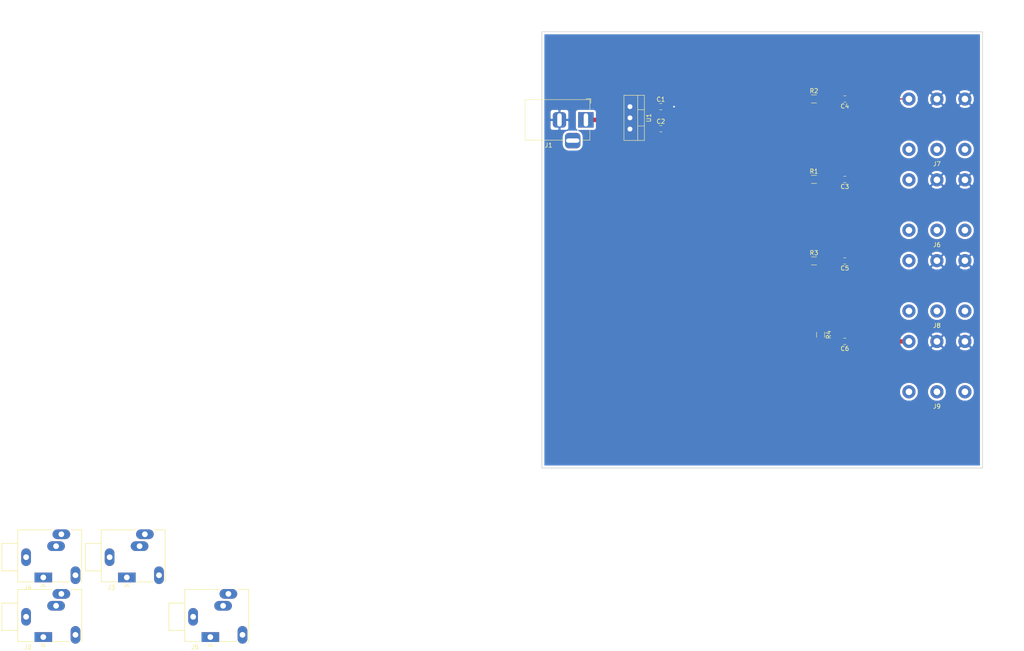
<source format=kicad_pcb>
(kicad_pcb (version 20171130) (host pcbnew "(5.0.1)-4")

  (general
    (thickness 1.6)
    (drawings 6)
    (tracks 19)
    (zones 0)
    (modules 20)
    (nets 24)
  )

  (page A4)
  (layers
    (0 F.Cu signal)
    (31 B.Cu signal)
    (32 B.Adhes user)
    (33 F.Adhes user)
    (34 B.Paste user)
    (35 F.Paste user)
    (36 B.SilkS user)
    (37 F.SilkS user)
    (38 B.Mask user)
    (39 F.Mask user)
    (40 Dwgs.User user)
    (41 Cmts.User user)
    (42 Eco1.User user)
    (43 Eco2.User user)
    (44 Edge.Cuts user)
    (45 Margin user)
    (46 B.CrtYd user)
    (47 F.CrtYd user)
    (48 B.Fab user)
    (49 F.Fab user)
  )

  (setup
    (last_trace_width 0.5)
    (user_trace_width 0.5)
    (user_trace_width 1)
    (trace_clearance 0.2)
    (zone_clearance 0.508)
    (zone_45_only no)
    (trace_min 0.2)
    (segment_width 0.2)
    (edge_width 0.15)
    (via_size 0.8)
    (via_drill 0.4)
    (via_min_size 0.4)
    (via_min_drill 0.3)
    (uvia_size 0.3)
    (uvia_drill 0.1)
    (uvias_allowed no)
    (uvia_min_size 0.2)
    (uvia_min_drill 0.1)
    (pcb_text_width 0.3)
    (pcb_text_size 1.5 1.5)
    (mod_edge_width 0.15)
    (mod_text_size 1 1)
    (mod_text_width 0.15)
    (pad_size 1.524 1.524)
    (pad_drill 0.762)
    (pad_to_mask_clearance 0.051)
    (solder_mask_min_width 0.25)
    (aux_axis_origin 0 0)
    (visible_elements FFFFFF7F)
    (pcbplotparams
      (layerselection 0x010fc_ffffffff)
      (usegerberextensions false)
      (usegerberattributes false)
      (usegerberadvancedattributes false)
      (creategerberjobfile false)
      (excludeedgelayer true)
      (linewidth 0.100000)
      (plotframeref false)
      (viasonmask false)
      (mode 1)
      (useauxorigin false)
      (hpglpennumber 1)
      (hpglpenspeed 20)
      (hpglpendiameter 15.000000)
      (psnegative false)
      (psa4output false)
      (plotreference true)
      (plotvalue true)
      (plotinvisibletext false)
      (padsonsilk false)
      (subtractmaskfromsilk false)
      (outputformat 1)
      (mirror false)
      (drillshape 1)
      (scaleselection 1)
      (outputdirectory ""))
  )

  (net 0 "")
  (net 1 "Net-(C1-Pad1)")
  (net 2 "Net-(C2-Pad1)")
  (net 3 "Net-(C3-Pad2)")
  (net 4 "Net-(C3-Pad1)")
  (net 5 "Net-(C4-Pad1)")
  (net 6 "Net-(C4-Pad2)")
  (net 7 "Net-(C5-Pad2)")
  (net 8 "Net-(C5-Pad1)")
  (net 9 "Net-(C6-Pad1)")
  (net 10 "Net-(C6-Pad2)")
  (net 11 "Net-(J6-PadTN)")
  (net 12 "Net-(J6-PadRN)")
  (net 13 "Net-(J6-PadSN)")
  (net 14 "Net-(J7-PadSN)")
  (net 15 "Net-(J7-PadRN)")
  (net 16 "Net-(J7-PadTN)")
  (net 17 "Net-(J8-PadTN)")
  (net 18 "Net-(J8-PadRN)")
  (net 19 "Net-(J8-PadSN)")
  (net 20 "Net-(J9-PadSN)")
  (net 21 "Net-(J9-PadRN)")
  (net 22 "Net-(J9-PadTN)")
  (net 23 GND)

  (net_class Default "This is the default net class."
    (clearance 0.2)
    (trace_width 0.25)
    (via_dia 0.8)
    (via_drill 0.4)
    (uvia_dia 0.3)
    (uvia_drill 0.1)
    (add_net GND)
    (add_net "Net-(C1-Pad1)")
    (add_net "Net-(C2-Pad1)")
    (add_net "Net-(C3-Pad1)")
    (add_net "Net-(C3-Pad2)")
    (add_net "Net-(C4-Pad1)")
    (add_net "Net-(C4-Pad2)")
    (add_net "Net-(C5-Pad1)")
    (add_net "Net-(C5-Pad2)")
    (add_net "Net-(C6-Pad1)")
    (add_net "Net-(C6-Pad2)")
    (add_net "Net-(J6-PadRN)")
    (add_net "Net-(J6-PadSN)")
    (add_net "Net-(J6-PadTN)")
    (add_net "Net-(J7-PadRN)")
    (add_net "Net-(J7-PadSN)")
    (add_net "Net-(J7-PadTN)")
    (add_net "Net-(J8-PadRN)")
    (add_net "Net-(J8-PadSN)")
    (add_net "Net-(J8-PadTN)")
    (add_net "Net-(J9-PadRN)")
    (add_net "Net-(J9-PadSN)")
    (add_net "Net-(J9-PadTN)")
  )

  (module Resistor_SMD:R_1206_3216Metric_Pad1.42x1.75mm_HandSolder (layer F.Cu) (tedit 5B301BBD) (tstamp 5C0DA39D)
    (at 205.25 108.75 270)
    (descr "Resistor SMD 1206 (3216 Metric), square (rectangular) end terminal, IPC_7351 nominal with elongated pad for handsoldering. (Body size source: http://www.tortai-tech.com/upload/download/2011102023233369053.pdf), generated with kicad-footprint-generator")
    (tags "resistor handsolder")
    (path /5C012065)
    (attr smd)
    (fp_text reference R4 (at 0 -1.82 270) (layer F.SilkS)
      (effects (font (size 1 1) (thickness 0.15)))
    )
    (fp_text value R (at 0 1.82 270) (layer F.Fab)
      (effects (font (size 1 1) (thickness 0.15)))
    )
    (fp_text user %R (at 0 0 270) (layer F.Fab)
      (effects (font (size 0.8 0.8) (thickness 0.12)))
    )
    (fp_line (start 2.45 1.12) (end -2.45 1.12) (layer F.CrtYd) (width 0.05))
    (fp_line (start 2.45 -1.12) (end 2.45 1.12) (layer F.CrtYd) (width 0.05))
    (fp_line (start -2.45 -1.12) (end 2.45 -1.12) (layer F.CrtYd) (width 0.05))
    (fp_line (start -2.45 1.12) (end -2.45 -1.12) (layer F.CrtYd) (width 0.05))
    (fp_line (start -0.602064 0.91) (end 0.602064 0.91) (layer F.SilkS) (width 0.12))
    (fp_line (start -0.602064 -0.91) (end 0.602064 -0.91) (layer F.SilkS) (width 0.12))
    (fp_line (start 1.6 0.8) (end -1.6 0.8) (layer F.Fab) (width 0.1))
    (fp_line (start 1.6 -0.8) (end 1.6 0.8) (layer F.Fab) (width 0.1))
    (fp_line (start -1.6 -0.8) (end 1.6 -0.8) (layer F.Fab) (width 0.1))
    (fp_line (start -1.6 0.8) (end -1.6 -0.8) (layer F.Fab) (width 0.1))
    (pad 2 smd roundrect (at 1.4875 0 270) (size 1.425 1.75) (layers F.Cu F.Paste F.Mask) (roundrect_rratio 0.175439)
      (net 10 "Net-(C6-Pad2)"))
    (pad 1 smd roundrect (at -1.4875 0 270) (size 1.425 1.75) (layers F.Cu F.Paste F.Mask) (roundrect_rratio 0.175439)
      (net 2 "Net-(C2-Pad1)"))
    (model ${KISYS3DMOD}/Resistor_SMD.3dshapes/R_1206_3216Metric.wrl
      (at (xyz 0 0 0))
      (scale (xyz 1 1 1))
      (rotate (xyz 0 0 0))
    )
  )

  (module Package_TO_SOT_THT:TO-220-3_Vertical (layer F.Cu) (tedit 5AC8BA0D) (tstamp 5C0D9F81)
    (at 162 57 270)
    (descr "TO-220-3, Vertical, RM 2.54mm, see https://www.vishay.com/docs/66542/to-220-1.pdf")
    (tags "TO-220-3 Vertical RM 2.54mm")
    (path /5C011BAF)
    (fp_text reference U1 (at 2.54 -4.27 270) (layer F.SilkS)
      (effects (font (size 1 1) (thickness 0.15)))
    )
    (fp_text value LM7805_TO220 (at 2.54 2.5 270) (layer F.Fab)
      (effects (font (size 1 1) (thickness 0.15)))
    )
    (fp_line (start -2.46 -3.15) (end -2.46 1.25) (layer F.Fab) (width 0.1))
    (fp_line (start -2.46 1.25) (end 7.54 1.25) (layer F.Fab) (width 0.1))
    (fp_line (start 7.54 1.25) (end 7.54 -3.15) (layer F.Fab) (width 0.1))
    (fp_line (start 7.54 -3.15) (end -2.46 -3.15) (layer F.Fab) (width 0.1))
    (fp_line (start -2.46 -1.88) (end 7.54 -1.88) (layer F.Fab) (width 0.1))
    (fp_line (start 0.69 -3.15) (end 0.69 -1.88) (layer F.Fab) (width 0.1))
    (fp_line (start 4.39 -3.15) (end 4.39 -1.88) (layer F.Fab) (width 0.1))
    (fp_line (start -2.58 -3.27) (end 7.66 -3.27) (layer F.SilkS) (width 0.12))
    (fp_line (start -2.58 1.371) (end 7.66 1.371) (layer F.SilkS) (width 0.12))
    (fp_line (start -2.58 -3.27) (end -2.58 1.371) (layer F.SilkS) (width 0.12))
    (fp_line (start 7.66 -3.27) (end 7.66 1.371) (layer F.SilkS) (width 0.12))
    (fp_line (start -2.58 -1.76) (end 7.66 -1.76) (layer F.SilkS) (width 0.12))
    (fp_line (start 0.69 -3.27) (end 0.69 -1.76) (layer F.SilkS) (width 0.12))
    (fp_line (start 4.391 -3.27) (end 4.391 -1.76) (layer F.SilkS) (width 0.12))
    (fp_line (start -2.71 -3.4) (end -2.71 1.51) (layer F.CrtYd) (width 0.05))
    (fp_line (start -2.71 1.51) (end 7.79 1.51) (layer F.CrtYd) (width 0.05))
    (fp_line (start 7.79 1.51) (end 7.79 -3.4) (layer F.CrtYd) (width 0.05))
    (fp_line (start 7.79 -3.4) (end -2.71 -3.4) (layer F.CrtYd) (width 0.05))
    (fp_text user %R (at 2.54 -4.27 270) (layer F.Fab)
      (effects (font (size 1 1) (thickness 0.15)))
    )
    (pad 1 thru_hole rect (at 0 0 270) (size 1.905 2) (drill 1.1) (layers *.Cu *.Mask)
      (net 1 "Net-(C1-Pad1)"))
    (pad 2 thru_hole oval (at 2.54 0 270) (size 1.905 2) (drill 1.1) (layers *.Cu *.Mask)
      (net 23 GND))
    (pad 3 thru_hole oval (at 5.08 0 270) (size 1.905 2) (drill 1.1) (layers *.Cu *.Mask)
      (net 2 "Net-(C2-Pad1)"))
    (model ${KISYS3DMOD}/Package_TO_SOT_THT.3dshapes/TO-220-3_Vertical.wrl
      (at (xyz 0 0 0))
      (scale (xyz 1 1 1))
      (rotate (xyz 0 0 0))
    )
  )

  (module Capacitor_SMD:C_0805_2012Metric_Pad1.15x1.40mm_HandSolder (layer F.Cu) (tedit 5B36C52B) (tstamp 5C0DA1C9)
    (at 169 57)
    (descr "Capacitor SMD 0805 (2012 Metric), square (rectangular) end terminal, IPC_7351 nominal with elongated pad for handsoldering. (Body size source: https://docs.google.com/spreadsheets/d/1BsfQQcO9C6DZCsRaXUlFlo91Tg2WpOkGARC1WS5S8t0/edit?usp=sharing), generated with kicad-footprint-generator")
    (tags "capacitor handsolder")
    (path /5C011D19)
    (attr smd)
    (fp_text reference C1 (at 0 -1.65) (layer F.SilkS)
      (effects (font (size 1 1) (thickness 0.15)))
    )
    (fp_text value C (at 0 1.65) (layer F.Fab)
      (effects (font (size 1 1) (thickness 0.15)))
    )
    (fp_text user %R (at 0 0) (layer F.Fab)
      (effects (font (size 0.5 0.5) (thickness 0.08)))
    )
    (fp_line (start 1.85 0.95) (end -1.85 0.95) (layer F.CrtYd) (width 0.05))
    (fp_line (start 1.85 -0.95) (end 1.85 0.95) (layer F.CrtYd) (width 0.05))
    (fp_line (start -1.85 -0.95) (end 1.85 -0.95) (layer F.CrtYd) (width 0.05))
    (fp_line (start -1.85 0.95) (end -1.85 -0.95) (layer F.CrtYd) (width 0.05))
    (fp_line (start -0.261252 0.71) (end 0.261252 0.71) (layer F.SilkS) (width 0.12))
    (fp_line (start -0.261252 -0.71) (end 0.261252 -0.71) (layer F.SilkS) (width 0.12))
    (fp_line (start 1 0.6) (end -1 0.6) (layer F.Fab) (width 0.1))
    (fp_line (start 1 -0.6) (end 1 0.6) (layer F.Fab) (width 0.1))
    (fp_line (start -1 -0.6) (end 1 -0.6) (layer F.Fab) (width 0.1))
    (fp_line (start -1 0.6) (end -1 -0.6) (layer F.Fab) (width 0.1))
    (pad 2 smd roundrect (at 1.025 0) (size 1.15 1.4) (layers F.Cu F.Paste F.Mask) (roundrect_rratio 0.217391)
      (net 23 GND))
    (pad 1 smd roundrect (at -1.025 0) (size 1.15 1.4) (layers F.Cu F.Paste F.Mask) (roundrect_rratio 0.217391)
      (net 1 "Net-(C1-Pad1)"))
    (model ${KISYS3DMOD}/Capacitor_SMD.3dshapes/C_0805_2012Metric.wrl
      (at (xyz 0 0 0))
      (scale (xyz 1 1 1))
      (rotate (xyz 0 0 0))
    )
  )

  (module Capacitor_SMD:C_0805_2012Metric_Pad1.15x1.40mm_HandSolder (layer F.Cu) (tedit 5B36C52B) (tstamp 5C0DA1DA)
    (at 169 62)
    (descr "Capacitor SMD 0805 (2012 Metric), square (rectangular) end terminal, IPC_7351 nominal with elongated pad for handsoldering. (Body size source: https://docs.google.com/spreadsheets/d/1BsfQQcO9C6DZCsRaXUlFlo91Tg2WpOkGARC1WS5S8t0/edit?usp=sharing), generated with kicad-footprint-generator")
    (tags "capacitor handsolder")
    (path /5C011DC5)
    (attr smd)
    (fp_text reference C2 (at 0 -1.65) (layer F.SilkS)
      (effects (font (size 1 1) (thickness 0.15)))
    )
    (fp_text value C (at 0 1.65) (layer F.Fab)
      (effects (font (size 1 1) (thickness 0.15)))
    )
    (fp_line (start -1 0.6) (end -1 -0.6) (layer F.Fab) (width 0.1))
    (fp_line (start -1 -0.6) (end 1 -0.6) (layer F.Fab) (width 0.1))
    (fp_line (start 1 -0.6) (end 1 0.6) (layer F.Fab) (width 0.1))
    (fp_line (start 1 0.6) (end -1 0.6) (layer F.Fab) (width 0.1))
    (fp_line (start -0.261252 -0.71) (end 0.261252 -0.71) (layer F.SilkS) (width 0.12))
    (fp_line (start -0.261252 0.71) (end 0.261252 0.71) (layer F.SilkS) (width 0.12))
    (fp_line (start -1.85 0.95) (end -1.85 -0.95) (layer F.CrtYd) (width 0.05))
    (fp_line (start -1.85 -0.95) (end 1.85 -0.95) (layer F.CrtYd) (width 0.05))
    (fp_line (start 1.85 -0.95) (end 1.85 0.95) (layer F.CrtYd) (width 0.05))
    (fp_line (start 1.85 0.95) (end -1.85 0.95) (layer F.CrtYd) (width 0.05))
    (fp_text user %R (at 0 0) (layer F.Fab)
      (effects (font (size 0.5 0.5) (thickness 0.08)))
    )
    (pad 1 smd roundrect (at -1.025 0) (size 1.15 1.4) (layers F.Cu F.Paste F.Mask) (roundrect_rratio 0.217391)
      (net 2 "Net-(C2-Pad1)"))
    (pad 2 smd roundrect (at 1.025 0) (size 1.15 1.4) (layers F.Cu F.Paste F.Mask) (roundrect_rratio 0.217391)
      (net 23 GND))
    (model ${KISYS3DMOD}/Capacitor_SMD.3dshapes/C_0805_2012Metric.wrl
      (at (xyz 0 0 0))
      (scale (xyz 1 1 1))
      (rotate (xyz 0 0 0))
    )
  )

  (module Capacitor_SMD:C_0805_2012Metric_Pad1.15x1.40mm_HandSolder (layer F.Cu) (tedit 5B36C52B) (tstamp 5C0DA1EB)
    (at 210.75 73.5 180)
    (descr "Capacitor SMD 0805 (2012 Metric), square (rectangular) end terminal, IPC_7351 nominal with elongated pad for handsoldering. (Body size source: https://docs.google.com/spreadsheets/d/1BsfQQcO9C6DZCsRaXUlFlo91Tg2WpOkGARC1WS5S8t0/edit?usp=sharing), generated with kicad-footprint-generator")
    (tags "capacitor handsolder")
    (path /5C0120C7)
    (attr smd)
    (fp_text reference C3 (at 0 -1.65 180) (layer F.SilkS)
      (effects (font (size 1 1) (thickness 0.15)))
    )
    (fp_text value C (at 0 1.65 180) (layer F.Fab)
      (effects (font (size 1 1) (thickness 0.15)))
    )
    (fp_text user %R (at 0 0 180) (layer F.Fab)
      (effects (font (size 0.5 0.5) (thickness 0.08)))
    )
    (fp_line (start 1.85 0.95) (end -1.85 0.95) (layer F.CrtYd) (width 0.05))
    (fp_line (start 1.85 -0.95) (end 1.85 0.95) (layer F.CrtYd) (width 0.05))
    (fp_line (start -1.85 -0.95) (end 1.85 -0.95) (layer F.CrtYd) (width 0.05))
    (fp_line (start -1.85 0.95) (end -1.85 -0.95) (layer F.CrtYd) (width 0.05))
    (fp_line (start -0.261252 0.71) (end 0.261252 0.71) (layer F.SilkS) (width 0.12))
    (fp_line (start -0.261252 -0.71) (end 0.261252 -0.71) (layer F.SilkS) (width 0.12))
    (fp_line (start 1 0.6) (end -1 0.6) (layer F.Fab) (width 0.1))
    (fp_line (start 1 -0.6) (end 1 0.6) (layer F.Fab) (width 0.1))
    (fp_line (start -1 -0.6) (end 1 -0.6) (layer F.Fab) (width 0.1))
    (fp_line (start -1 0.6) (end -1 -0.6) (layer F.Fab) (width 0.1))
    (pad 2 smd roundrect (at 1.025 0 180) (size 1.15 1.4) (layers F.Cu F.Paste F.Mask) (roundrect_rratio 0.217391)
      (net 3 "Net-(C3-Pad2)"))
    (pad 1 smd roundrect (at -1.025 0 180) (size 1.15 1.4) (layers F.Cu F.Paste F.Mask) (roundrect_rratio 0.217391)
      (net 4 "Net-(C3-Pad1)"))
    (model ${KISYS3DMOD}/Capacitor_SMD.3dshapes/C_0805_2012Metric.wrl
      (at (xyz 0 0 0))
      (scale (xyz 1 1 1))
      (rotate (xyz 0 0 0))
    )
  )

  (module Capacitor_SMD:C_0805_2012Metric_Pad1.15x1.40mm_HandSolder (layer F.Cu) (tedit 5B36C52B) (tstamp 5C0DA1FC)
    (at 210.75 55.25 180)
    (descr "Capacitor SMD 0805 (2012 Metric), square (rectangular) end terminal, IPC_7351 nominal with elongated pad for handsoldering. (Body size source: https://docs.google.com/spreadsheets/d/1BsfQQcO9C6DZCsRaXUlFlo91Tg2WpOkGARC1WS5S8t0/edit?usp=sharing), generated with kicad-footprint-generator")
    (tags "capacitor handsolder")
    (path /5C01232E)
    (attr smd)
    (fp_text reference C4 (at 0 -1.65 180) (layer F.SilkS)
      (effects (font (size 1 1) (thickness 0.15)))
    )
    (fp_text value C (at 0 1.65 180) (layer F.Fab)
      (effects (font (size 1 1) (thickness 0.15)))
    )
    (fp_line (start -1 0.6) (end -1 -0.6) (layer F.Fab) (width 0.1))
    (fp_line (start -1 -0.6) (end 1 -0.6) (layer F.Fab) (width 0.1))
    (fp_line (start 1 -0.6) (end 1 0.6) (layer F.Fab) (width 0.1))
    (fp_line (start 1 0.6) (end -1 0.6) (layer F.Fab) (width 0.1))
    (fp_line (start -0.261252 -0.71) (end 0.261252 -0.71) (layer F.SilkS) (width 0.12))
    (fp_line (start -0.261252 0.71) (end 0.261252 0.71) (layer F.SilkS) (width 0.12))
    (fp_line (start -1.85 0.95) (end -1.85 -0.95) (layer F.CrtYd) (width 0.05))
    (fp_line (start -1.85 -0.95) (end 1.85 -0.95) (layer F.CrtYd) (width 0.05))
    (fp_line (start 1.85 -0.95) (end 1.85 0.95) (layer F.CrtYd) (width 0.05))
    (fp_line (start 1.85 0.95) (end -1.85 0.95) (layer F.CrtYd) (width 0.05))
    (fp_text user %R (at 0 0 180) (layer F.Fab)
      (effects (font (size 0.5 0.5) (thickness 0.08)))
    )
    (pad 1 smd roundrect (at -1.025 0 180) (size 1.15 1.4) (layers F.Cu F.Paste F.Mask) (roundrect_rratio 0.217391)
      (net 5 "Net-(C4-Pad1)"))
    (pad 2 smd roundrect (at 1.025 0 180) (size 1.15 1.4) (layers F.Cu F.Paste F.Mask) (roundrect_rratio 0.217391)
      (net 6 "Net-(C4-Pad2)"))
    (model ${KISYS3DMOD}/Capacitor_SMD.3dshapes/C_0805_2012Metric.wrl
      (at (xyz 0 0 0))
      (scale (xyz 1 1 1))
      (rotate (xyz 0 0 0))
    )
  )

  (module Capacitor_SMD:C_0805_2012Metric_Pad1.15x1.40mm_HandSolder (layer F.Cu) (tedit 5B36C52B) (tstamp 5C0DA20D)
    (at 210.75 92 180)
    (descr "Capacitor SMD 0805 (2012 Metric), square (rectangular) end terminal, IPC_7351 nominal with elongated pad for handsoldering. (Body size source: https://docs.google.com/spreadsheets/d/1BsfQQcO9C6DZCsRaXUlFlo91Tg2WpOkGARC1WS5S8t0/edit?usp=sharing), generated with kicad-footprint-generator")
    (tags "capacitor handsolder")
    (path /5C012388)
    (attr smd)
    (fp_text reference C5 (at 0 -1.65 180) (layer F.SilkS)
      (effects (font (size 1 1) (thickness 0.15)))
    )
    (fp_text value C (at 0 1.65 180) (layer F.Fab)
      (effects (font (size 1 1) (thickness 0.15)))
    )
    (fp_text user %R (at 0 0 180) (layer F.Fab)
      (effects (font (size 0.5 0.5) (thickness 0.08)))
    )
    (fp_line (start 1.85 0.95) (end -1.85 0.95) (layer F.CrtYd) (width 0.05))
    (fp_line (start 1.85 -0.95) (end 1.85 0.95) (layer F.CrtYd) (width 0.05))
    (fp_line (start -1.85 -0.95) (end 1.85 -0.95) (layer F.CrtYd) (width 0.05))
    (fp_line (start -1.85 0.95) (end -1.85 -0.95) (layer F.CrtYd) (width 0.05))
    (fp_line (start -0.261252 0.71) (end 0.261252 0.71) (layer F.SilkS) (width 0.12))
    (fp_line (start -0.261252 -0.71) (end 0.261252 -0.71) (layer F.SilkS) (width 0.12))
    (fp_line (start 1 0.6) (end -1 0.6) (layer F.Fab) (width 0.1))
    (fp_line (start 1 -0.6) (end 1 0.6) (layer F.Fab) (width 0.1))
    (fp_line (start -1 -0.6) (end 1 -0.6) (layer F.Fab) (width 0.1))
    (fp_line (start -1 0.6) (end -1 -0.6) (layer F.Fab) (width 0.1))
    (pad 2 smd roundrect (at 1.025 0 180) (size 1.15 1.4) (layers F.Cu F.Paste F.Mask) (roundrect_rratio 0.217391)
      (net 7 "Net-(C5-Pad2)"))
    (pad 1 smd roundrect (at -1.025 0 180) (size 1.15 1.4) (layers F.Cu F.Paste F.Mask) (roundrect_rratio 0.217391)
      (net 8 "Net-(C5-Pad1)"))
    (model ${KISYS3DMOD}/Capacitor_SMD.3dshapes/C_0805_2012Metric.wrl
      (at (xyz 0 0 0))
      (scale (xyz 1 1 1))
      (rotate (xyz 0 0 0))
    )
  )

  (module Capacitor_SMD:C_0805_2012Metric_Pad1.15x1.40mm_HandSolder (layer F.Cu) (tedit 5B36C52B) (tstamp 5C0DA21E)
    (at 210.75 110.25 180)
    (descr "Capacitor SMD 0805 (2012 Metric), square (rectangular) end terminal, IPC_7351 nominal with elongated pad for handsoldering. (Body size source: https://docs.google.com/spreadsheets/d/1BsfQQcO9C6DZCsRaXUlFlo91Tg2WpOkGARC1WS5S8t0/edit?usp=sharing), generated with kicad-footprint-generator")
    (tags "capacitor handsolder")
    (path /5C0123D3)
    (attr smd)
    (fp_text reference C6 (at 0 -1.65 180) (layer F.SilkS)
      (effects (font (size 1 1) (thickness 0.15)))
    )
    (fp_text value C (at 0 1.65 180) (layer F.Fab)
      (effects (font (size 1 1) (thickness 0.15)))
    )
    (fp_line (start -1 0.6) (end -1 -0.6) (layer F.Fab) (width 0.1))
    (fp_line (start -1 -0.6) (end 1 -0.6) (layer F.Fab) (width 0.1))
    (fp_line (start 1 -0.6) (end 1 0.6) (layer F.Fab) (width 0.1))
    (fp_line (start 1 0.6) (end -1 0.6) (layer F.Fab) (width 0.1))
    (fp_line (start -0.261252 -0.71) (end 0.261252 -0.71) (layer F.SilkS) (width 0.12))
    (fp_line (start -0.261252 0.71) (end 0.261252 0.71) (layer F.SilkS) (width 0.12))
    (fp_line (start -1.85 0.95) (end -1.85 -0.95) (layer F.CrtYd) (width 0.05))
    (fp_line (start -1.85 -0.95) (end 1.85 -0.95) (layer F.CrtYd) (width 0.05))
    (fp_line (start 1.85 -0.95) (end 1.85 0.95) (layer F.CrtYd) (width 0.05))
    (fp_line (start 1.85 0.95) (end -1.85 0.95) (layer F.CrtYd) (width 0.05))
    (fp_text user %R (at 0 0 180) (layer F.Fab)
      (effects (font (size 0.5 0.5) (thickness 0.08)))
    )
    (pad 1 smd roundrect (at -1.025 0 180) (size 1.15 1.4) (layers F.Cu F.Paste F.Mask) (roundrect_rratio 0.217391)
      (net 9 "Net-(C6-Pad1)"))
    (pad 2 smd roundrect (at 1.025 0 180) (size 1.15 1.4) (layers F.Cu F.Paste F.Mask) (roundrect_rratio 0.217391)
      (net 10 "Net-(C6-Pad2)"))
    (model ${KISYS3DMOD}/Capacitor_SMD.3dshapes/C_0805_2012Metric.wrl
      (at (xyz 0 0 0))
      (scale (xyz 1 1 1))
      (rotate (xyz 0 0 0))
    )
  )

  (module Connector_BarrelJack:BarrelJack_Horizontal (layer F.Cu) (tedit 5A1DBF6A) (tstamp 5C0DA241)
    (at 152 60)
    (descr "DC Barrel Jack")
    (tags "Power Jack")
    (path /5C0124FB)
    (fp_text reference J1 (at -8.45 5.75) (layer F.SilkS)
      (effects (font (size 1 1) (thickness 0.15)))
    )
    (fp_text value Barrel_Jack (at -6.2 -5.5) (layer F.Fab)
      (effects (font (size 1 1) (thickness 0.15)))
    )
    (fp_text user %R (at -3 -2.95) (layer F.Fab)
      (effects (font (size 1 1) (thickness 0.15)))
    )
    (fp_line (start -0.003213 -4.505425) (end 0.8 -3.75) (layer F.Fab) (width 0.1))
    (fp_line (start 1.1 -3.75) (end 1.1 -4.8) (layer F.SilkS) (width 0.12))
    (fp_line (start 0.05 -4.8) (end 1.1 -4.8) (layer F.SilkS) (width 0.12))
    (fp_line (start 1 -4.5) (end 1 -4.75) (layer F.CrtYd) (width 0.05))
    (fp_line (start 1 -4.75) (end -14 -4.75) (layer F.CrtYd) (width 0.05))
    (fp_line (start 1 -4.5) (end 1 -2) (layer F.CrtYd) (width 0.05))
    (fp_line (start 1 -2) (end 2 -2) (layer F.CrtYd) (width 0.05))
    (fp_line (start 2 -2) (end 2 2) (layer F.CrtYd) (width 0.05))
    (fp_line (start 2 2) (end 1 2) (layer F.CrtYd) (width 0.05))
    (fp_line (start 1 2) (end 1 4.75) (layer F.CrtYd) (width 0.05))
    (fp_line (start 1 4.75) (end -1 4.75) (layer F.CrtYd) (width 0.05))
    (fp_line (start -1 4.75) (end -1 6.75) (layer F.CrtYd) (width 0.05))
    (fp_line (start -1 6.75) (end -5 6.75) (layer F.CrtYd) (width 0.05))
    (fp_line (start -5 6.75) (end -5 4.75) (layer F.CrtYd) (width 0.05))
    (fp_line (start -5 4.75) (end -14 4.75) (layer F.CrtYd) (width 0.05))
    (fp_line (start -14 4.75) (end -14 -4.75) (layer F.CrtYd) (width 0.05))
    (fp_line (start -5 4.6) (end -13.8 4.6) (layer F.SilkS) (width 0.12))
    (fp_line (start -13.8 4.6) (end -13.8 -4.6) (layer F.SilkS) (width 0.12))
    (fp_line (start 0.9 1.9) (end 0.9 4.6) (layer F.SilkS) (width 0.12))
    (fp_line (start 0.9 4.6) (end -1 4.6) (layer F.SilkS) (width 0.12))
    (fp_line (start -13.8 -4.6) (end 0.9 -4.6) (layer F.SilkS) (width 0.12))
    (fp_line (start 0.9 -4.6) (end 0.9 -2) (layer F.SilkS) (width 0.12))
    (fp_line (start -10.2 -4.5) (end -10.2 4.5) (layer F.Fab) (width 0.1))
    (fp_line (start -13.7 -4.5) (end -13.7 4.5) (layer F.Fab) (width 0.1))
    (fp_line (start -13.7 4.5) (end 0.8 4.5) (layer F.Fab) (width 0.1))
    (fp_line (start 0.8 4.5) (end 0.8 -3.75) (layer F.Fab) (width 0.1))
    (fp_line (start 0 -4.5) (end -13.7 -4.5) (layer F.Fab) (width 0.1))
    (pad 1 thru_hole rect (at 0 0) (size 3.5 3.5) (drill oval 1 3) (layers *.Cu *.Mask)
      (net 1 "Net-(C1-Pad1)"))
    (pad 2 thru_hole roundrect (at -6 0) (size 3 3.5) (drill oval 1 3) (layers *.Cu *.Mask) (roundrect_rratio 0.25)
      (net 23 GND))
    (pad 3 thru_hole roundrect (at -3 4.7) (size 3.5 3.5) (drill oval 3 1) (layers *.Cu *.Mask) (roundrect_rratio 0.25))
    (model ${KISYS3DMOD}/Connector_BarrelJack.3dshapes/BarrelJack_Horizontal.wrl
      (at (xyz 0 0 0))
      (scale (xyz 1 1 1))
      (rotate (xyz 0 0 0))
    )
  )

  (module Connector_Audio:StereoJack_3.5mm_Switch_Ledino_KB3SPRS_Horizontal (layer F.Cu) (tedit 5A1DBF1B) (tstamp 5C0DA264)
    (at 28.875001 177.355001)
    (descr https://www.reichelt.de/index.html?ACTION=7&LA=3&OPEN=0&INDEX=0&FILENAME=C160%252FKB3SPRS.pdf)
    (tags "jack stereo TRS")
    (path /5C012626)
    (fp_text reference J2 (at -3.5 2.3) (layer F.SilkS)
      (effects (font (size 1 1) (thickness 0.15)))
    )
    (fp_text value AudioJack3_Switch (at 2.3 -12.2) (layer F.Fab)
      (effects (font (size 1 1) (thickness 0.15)))
    )
    (fp_circle (center 0.1 -1.75) (end 0.4 -1.55) (layer F.Fab) (width 0.12))
    (fp_line (start 9.1 2) (end 9.1 -11.4) (layer F.CrtYd) (width 0.05))
    (fp_line (start -9.8 -11.4) (end -9.8 2) (layer F.CrtYd) (width 0.05))
    (fp_line (start -9.4 -1.5) (end -5.8 -1.5) (layer F.SilkS) (width 0.15))
    (fp_line (start -9.4 -7.7) (end -9.4 -1.5) (layer F.SilkS) (width 0.15))
    (fp_line (start -5.8 -7.7) (end -9.4 -7.7) (layer F.SilkS) (width 0.15))
    (fp_line (start -5.8 1) (end -5.8 -10.8) (layer F.SilkS) (width 0.15))
    (fp_line (start -2.25 1) (end -5.8 1) (layer F.SilkS) (width 0.15))
    (fp_line (start 6 1) (end 2.25 1) (layer F.SilkS) (width 0.15))
    (fp_line (start 8.7 1) (end 8.6 1) (layer F.SilkS) (width 0.15))
    (fp_line (start 8.7 -10.8) (end 8.7 1) (layer F.SilkS) (width 0.15))
    (fp_line (start 6.3 -10.8) (end 8.7 -10.8) (layer F.SilkS) (width 0.15))
    (fp_line (start -5.8 -10.8) (end 1.95 -10.8) (layer F.SilkS) (width 0.15))
    (fp_line (start 9.1 -11.4) (end -9.8 -11.4) (layer F.CrtYd) (width 0.05))
    (fp_line (start -9.8 2) (end 9.1 2) (layer F.CrtYd) (width 0.05))
    (fp_line (start 8.6 -10.7) (end -5.7 -10.7) (layer F.Fab) (width 0.1))
    (fp_line (start 8.6 0.9) (end 8.6 -10.7) (layer F.Fab) (width 0.1))
    (fp_line (start -5.7 0.9) (end 8.6 0.9) (layer F.Fab) (width 0.1))
    (fp_line (start -5.7 -10.7) (end -5.7 0.9) (layer F.Fab) (width 0.1))
    (fp_line (start -9.3 -7.6) (end -5.7 -7.6) (layer F.Fab) (width 0.1))
    (fp_line (start -9.3 -1.6) (end -5.7 -1.6) (layer F.Fab) (width 0.1))
    (fp_line (start -9.3 -7.6) (end -9.3 -1.6) (layer F.Fab) (width 0.1))
    (fp_line (start 0 1.5) (end -0.5 2.05) (layer F.SilkS) (width 0.12))
    (fp_line (start -0.5 2.05) (end 0.5 2.05) (layer F.SilkS) (width 0.12))
    (fp_line (start 0.5 2.05) (end 0 1.5) (layer F.SilkS) (width 0.12))
    (fp_text user %R (at 2.7 -4.6) (layer F.Fab)
      (effects (font (size 1 1) (thickness 0.15)))
    )
    (pad 3 thru_hole oval (at -3.9 -4.6) (size 2.2 4) (drill 1.3) (layers *.Cu *.Mask))
    (pad 2 thru_hole oval (at 4.1 -9.8) (size 4 2.2) (drill 1.3) (layers *.Cu *.Mask))
    (pad 5 thru_hole oval (at 2.9 -7.1) (size 4 2.2) (drill 1.3) (layers *.Cu *.Mask))
    (pad 4 thru_hole oval (at 7.3 -0.5 90) (size 4 2.2) (drill 1.3) (layers *.Cu *.Mask))
    (pad 1 thru_hole rect (at 0 0) (size 4 2.2) (drill 1.3) (layers *.Cu *.Mask))
    (model ${KISYS3DMOD}/Connector_Audio.3dshapes/StereoJack_3.5mm_Switch_Ledino_KB3SPRS_Horizontal.wrl
      (at (xyz 0 0 0))
      (scale (xyz 1 1 1))
      (rotate (xyz 0 0 0))
    )
  )

  (module Connector_Audio:StereoJack_3.5mm_Switch_Ledino_KB3SPRS_Horizontal (layer F.Cu) (tedit 5A1DBF1B) (tstamp 5C0DA287)
    (at 47.825001 163.825001)
    (descr https://www.reichelt.de/index.html?ACTION=7&LA=3&OPEN=0&INDEX=0&FILENAME=C160%252FKB3SPRS.pdf)
    (tags "jack stereo TRS")
    (path /5C012686)
    (fp_text reference J3 (at -3.5 2.3) (layer F.SilkS)
      (effects (font (size 1 1) (thickness 0.15)))
    )
    (fp_text value AudioJack3_Switch (at 2.3 -12.2) (layer F.Fab)
      (effects (font (size 1 1) (thickness 0.15)))
    )
    (fp_text user %R (at 2.7 -4.6) (layer F.Fab)
      (effects (font (size 1 1) (thickness 0.15)))
    )
    (fp_line (start 0.5 2.05) (end 0 1.5) (layer F.SilkS) (width 0.12))
    (fp_line (start -0.5 2.05) (end 0.5 2.05) (layer F.SilkS) (width 0.12))
    (fp_line (start 0 1.5) (end -0.5 2.05) (layer F.SilkS) (width 0.12))
    (fp_line (start -9.3 -7.6) (end -9.3 -1.6) (layer F.Fab) (width 0.1))
    (fp_line (start -9.3 -1.6) (end -5.7 -1.6) (layer F.Fab) (width 0.1))
    (fp_line (start -9.3 -7.6) (end -5.7 -7.6) (layer F.Fab) (width 0.1))
    (fp_line (start -5.7 -10.7) (end -5.7 0.9) (layer F.Fab) (width 0.1))
    (fp_line (start -5.7 0.9) (end 8.6 0.9) (layer F.Fab) (width 0.1))
    (fp_line (start 8.6 0.9) (end 8.6 -10.7) (layer F.Fab) (width 0.1))
    (fp_line (start 8.6 -10.7) (end -5.7 -10.7) (layer F.Fab) (width 0.1))
    (fp_line (start -9.8 2) (end 9.1 2) (layer F.CrtYd) (width 0.05))
    (fp_line (start 9.1 -11.4) (end -9.8 -11.4) (layer F.CrtYd) (width 0.05))
    (fp_line (start -5.8 -10.8) (end 1.95 -10.8) (layer F.SilkS) (width 0.15))
    (fp_line (start 6.3 -10.8) (end 8.7 -10.8) (layer F.SilkS) (width 0.15))
    (fp_line (start 8.7 -10.8) (end 8.7 1) (layer F.SilkS) (width 0.15))
    (fp_line (start 8.7 1) (end 8.6 1) (layer F.SilkS) (width 0.15))
    (fp_line (start 6 1) (end 2.25 1) (layer F.SilkS) (width 0.15))
    (fp_line (start -2.25 1) (end -5.8 1) (layer F.SilkS) (width 0.15))
    (fp_line (start -5.8 1) (end -5.8 -10.8) (layer F.SilkS) (width 0.15))
    (fp_line (start -5.8 -7.7) (end -9.4 -7.7) (layer F.SilkS) (width 0.15))
    (fp_line (start -9.4 -7.7) (end -9.4 -1.5) (layer F.SilkS) (width 0.15))
    (fp_line (start -9.4 -1.5) (end -5.8 -1.5) (layer F.SilkS) (width 0.15))
    (fp_line (start -9.8 -11.4) (end -9.8 2) (layer F.CrtYd) (width 0.05))
    (fp_line (start 9.1 2) (end 9.1 -11.4) (layer F.CrtYd) (width 0.05))
    (fp_circle (center 0.1 -1.75) (end 0.4 -1.55) (layer F.Fab) (width 0.12))
    (pad 1 thru_hole rect (at 0 0) (size 4 2.2) (drill 1.3) (layers *.Cu *.Mask))
    (pad 4 thru_hole oval (at 7.3 -0.5 90) (size 4 2.2) (drill 1.3) (layers *.Cu *.Mask))
    (pad 5 thru_hole oval (at 2.9 -7.1) (size 4 2.2) (drill 1.3) (layers *.Cu *.Mask))
    (pad 2 thru_hole oval (at 4.1 -9.8) (size 4 2.2) (drill 1.3) (layers *.Cu *.Mask))
    (pad 3 thru_hole oval (at -3.9 -4.6) (size 2.2 4) (drill 1.3) (layers *.Cu *.Mask))
    (model ${KISYS3DMOD}/Connector_Audio.3dshapes/StereoJack_3.5mm_Switch_Ledino_KB3SPRS_Horizontal.wrl
      (at (xyz 0 0 0))
      (scale (xyz 1 1 1))
      (rotate (xyz 0 0 0))
    )
  )

  (module Connector_Audio:StereoJack_3.5mm_Switch_Ledino_KB3SPRS_Horizontal (layer F.Cu) (tedit 5A1DBF1B) (tstamp 5C0DA2AA)
    (at 28.875001 163.825001)
    (descr https://www.reichelt.de/index.html?ACTION=7&LA=3&OPEN=0&INDEX=0&FILENAME=C160%252FKB3SPRS.pdf)
    (tags "jack stereo TRS")
    (path /5C012724)
    (fp_text reference J4 (at -3.5 2.3) (layer F.SilkS)
      (effects (font (size 1 1) (thickness 0.15)))
    )
    (fp_text value AudioJack3_Switch (at 2.3 -12.2) (layer F.Fab)
      (effects (font (size 1 1) (thickness 0.15)))
    )
    (fp_circle (center 0.1 -1.75) (end 0.4 -1.55) (layer F.Fab) (width 0.12))
    (fp_line (start 9.1 2) (end 9.1 -11.4) (layer F.CrtYd) (width 0.05))
    (fp_line (start -9.8 -11.4) (end -9.8 2) (layer F.CrtYd) (width 0.05))
    (fp_line (start -9.4 -1.5) (end -5.8 -1.5) (layer F.SilkS) (width 0.15))
    (fp_line (start -9.4 -7.7) (end -9.4 -1.5) (layer F.SilkS) (width 0.15))
    (fp_line (start -5.8 -7.7) (end -9.4 -7.7) (layer F.SilkS) (width 0.15))
    (fp_line (start -5.8 1) (end -5.8 -10.8) (layer F.SilkS) (width 0.15))
    (fp_line (start -2.25 1) (end -5.8 1) (layer F.SilkS) (width 0.15))
    (fp_line (start 6 1) (end 2.25 1) (layer F.SilkS) (width 0.15))
    (fp_line (start 8.7 1) (end 8.6 1) (layer F.SilkS) (width 0.15))
    (fp_line (start 8.7 -10.8) (end 8.7 1) (layer F.SilkS) (width 0.15))
    (fp_line (start 6.3 -10.8) (end 8.7 -10.8) (layer F.SilkS) (width 0.15))
    (fp_line (start -5.8 -10.8) (end 1.95 -10.8) (layer F.SilkS) (width 0.15))
    (fp_line (start 9.1 -11.4) (end -9.8 -11.4) (layer F.CrtYd) (width 0.05))
    (fp_line (start -9.8 2) (end 9.1 2) (layer F.CrtYd) (width 0.05))
    (fp_line (start 8.6 -10.7) (end -5.7 -10.7) (layer F.Fab) (width 0.1))
    (fp_line (start 8.6 0.9) (end 8.6 -10.7) (layer F.Fab) (width 0.1))
    (fp_line (start -5.7 0.9) (end 8.6 0.9) (layer F.Fab) (width 0.1))
    (fp_line (start -5.7 -10.7) (end -5.7 0.9) (layer F.Fab) (width 0.1))
    (fp_line (start -9.3 -7.6) (end -5.7 -7.6) (layer F.Fab) (width 0.1))
    (fp_line (start -9.3 -1.6) (end -5.7 -1.6) (layer F.Fab) (width 0.1))
    (fp_line (start -9.3 -7.6) (end -9.3 -1.6) (layer F.Fab) (width 0.1))
    (fp_line (start 0 1.5) (end -0.5 2.05) (layer F.SilkS) (width 0.12))
    (fp_line (start -0.5 2.05) (end 0.5 2.05) (layer F.SilkS) (width 0.12))
    (fp_line (start 0.5 2.05) (end 0 1.5) (layer F.SilkS) (width 0.12))
    (fp_text user %R (at 2.7 -4.6) (layer F.Fab)
      (effects (font (size 1 1) (thickness 0.15)))
    )
    (pad 3 thru_hole oval (at -3.9 -4.6) (size 2.2 4) (drill 1.3) (layers *.Cu *.Mask))
    (pad 2 thru_hole oval (at 4.1 -9.8) (size 4 2.2) (drill 1.3) (layers *.Cu *.Mask))
    (pad 5 thru_hole oval (at 2.9 -7.1) (size 4 2.2) (drill 1.3) (layers *.Cu *.Mask))
    (pad 4 thru_hole oval (at 7.3 -0.5 90) (size 4 2.2) (drill 1.3) (layers *.Cu *.Mask))
    (pad 1 thru_hole rect (at 0 0) (size 4 2.2) (drill 1.3) (layers *.Cu *.Mask))
    (model ${KISYS3DMOD}/Connector_Audio.3dshapes/StereoJack_3.5mm_Switch_Ledino_KB3SPRS_Horizontal.wrl
      (at (xyz 0 0 0))
      (scale (xyz 1 1 1))
      (rotate (xyz 0 0 0))
    )
  )

  (module Connector_Audio:StereoJack_3.5mm_Switch_Ledino_KB3SPRS_Horizontal (layer F.Cu) (tedit 5A1DBF1B) (tstamp 5C0DA2CD)
    (at 66.775001 177.355001)
    (descr https://www.reichelt.de/index.html?ACTION=7&LA=3&OPEN=0&INDEX=0&FILENAME=C160%252FKB3SPRS.pdf)
    (tags "jack stereo TRS")
    (path /5C012788)
    (fp_text reference J5 (at -3.5 2.3) (layer F.SilkS)
      (effects (font (size 1 1) (thickness 0.15)))
    )
    (fp_text value AudioJack3_Switch (at 2.3 -12.2) (layer F.Fab)
      (effects (font (size 1 1) (thickness 0.15)))
    )
    (fp_text user %R (at 2.7 -4.6) (layer F.Fab)
      (effects (font (size 1 1) (thickness 0.15)))
    )
    (fp_line (start 0.5 2.05) (end 0 1.5) (layer F.SilkS) (width 0.12))
    (fp_line (start -0.5 2.05) (end 0.5 2.05) (layer F.SilkS) (width 0.12))
    (fp_line (start 0 1.5) (end -0.5 2.05) (layer F.SilkS) (width 0.12))
    (fp_line (start -9.3 -7.6) (end -9.3 -1.6) (layer F.Fab) (width 0.1))
    (fp_line (start -9.3 -1.6) (end -5.7 -1.6) (layer F.Fab) (width 0.1))
    (fp_line (start -9.3 -7.6) (end -5.7 -7.6) (layer F.Fab) (width 0.1))
    (fp_line (start -5.7 -10.7) (end -5.7 0.9) (layer F.Fab) (width 0.1))
    (fp_line (start -5.7 0.9) (end 8.6 0.9) (layer F.Fab) (width 0.1))
    (fp_line (start 8.6 0.9) (end 8.6 -10.7) (layer F.Fab) (width 0.1))
    (fp_line (start 8.6 -10.7) (end -5.7 -10.7) (layer F.Fab) (width 0.1))
    (fp_line (start -9.8 2) (end 9.1 2) (layer F.CrtYd) (width 0.05))
    (fp_line (start 9.1 -11.4) (end -9.8 -11.4) (layer F.CrtYd) (width 0.05))
    (fp_line (start -5.8 -10.8) (end 1.95 -10.8) (layer F.SilkS) (width 0.15))
    (fp_line (start 6.3 -10.8) (end 8.7 -10.8) (layer F.SilkS) (width 0.15))
    (fp_line (start 8.7 -10.8) (end 8.7 1) (layer F.SilkS) (width 0.15))
    (fp_line (start 8.7 1) (end 8.6 1) (layer F.SilkS) (width 0.15))
    (fp_line (start 6 1) (end 2.25 1) (layer F.SilkS) (width 0.15))
    (fp_line (start -2.25 1) (end -5.8 1) (layer F.SilkS) (width 0.15))
    (fp_line (start -5.8 1) (end -5.8 -10.8) (layer F.SilkS) (width 0.15))
    (fp_line (start -5.8 -7.7) (end -9.4 -7.7) (layer F.SilkS) (width 0.15))
    (fp_line (start -9.4 -7.7) (end -9.4 -1.5) (layer F.SilkS) (width 0.15))
    (fp_line (start -9.4 -1.5) (end -5.8 -1.5) (layer F.SilkS) (width 0.15))
    (fp_line (start -9.8 -11.4) (end -9.8 2) (layer F.CrtYd) (width 0.05))
    (fp_line (start 9.1 2) (end 9.1 -11.4) (layer F.CrtYd) (width 0.05))
    (fp_circle (center 0.1 -1.75) (end 0.4 -1.55) (layer F.Fab) (width 0.12))
    (pad 1 thru_hole rect (at 0 0) (size 4 2.2) (drill 1.3) (layers *.Cu *.Mask))
    (pad 4 thru_hole oval (at 7.3 -0.5 90) (size 4 2.2) (drill 1.3) (layers *.Cu *.Mask))
    (pad 5 thru_hole oval (at 2.9 -7.1) (size 4 2.2) (drill 1.3) (layers *.Cu *.Mask))
    (pad 2 thru_hole oval (at 4.1 -9.8) (size 4 2.2) (drill 1.3) (layers *.Cu *.Mask))
    (pad 3 thru_hole oval (at -3.9 -4.6) (size 2.2 4) (drill 1.3) (layers *.Cu *.Mask))
    (model ${KISYS3DMOD}/Connector_Audio.3dshapes/StereoJack_3.5mm_Switch_Ledino_KB3SPRS_Horizontal.wrl
      (at (xyz 0 0 0))
      (scale (xyz 1 1 1))
      (rotate (xyz 0 0 0))
    )
  )

  (module Resistor_SMD:R_1206_3216Metric_Pad1.42x1.75mm_HandSolder (layer F.Cu) (tedit 5B301BBD) (tstamp 5C1A35D5)
    (at 203.75 73.5)
    (descr "Resistor SMD 1206 (3216 Metric), square (rectangular) end terminal, IPC_7351 nominal with elongated pad for handsoldering. (Body size source: http://www.tortai-tech.com/upload/download/2011102023233369053.pdf), generated with kicad-footprint-generator")
    (tags "resistor handsolder")
    (path /5C011E3F)
    (attr smd)
    (fp_text reference R1 (at 0 -1.82) (layer F.SilkS)
      (effects (font (size 1 1) (thickness 0.15)))
    )
    (fp_text value R (at 0 1.82) (layer F.Fab)
      (effects (font (size 1 1) (thickness 0.15)))
    )
    (fp_line (start -1.6 0.8) (end -1.6 -0.8) (layer F.Fab) (width 0.1))
    (fp_line (start -1.6 -0.8) (end 1.6 -0.8) (layer F.Fab) (width 0.1))
    (fp_line (start 1.6 -0.8) (end 1.6 0.8) (layer F.Fab) (width 0.1))
    (fp_line (start 1.6 0.8) (end -1.6 0.8) (layer F.Fab) (width 0.1))
    (fp_line (start -0.602064 -0.91) (end 0.602064 -0.91) (layer F.SilkS) (width 0.12))
    (fp_line (start -0.602064 0.91) (end 0.602064 0.91) (layer F.SilkS) (width 0.12))
    (fp_line (start -2.45 1.12) (end -2.45 -1.12) (layer F.CrtYd) (width 0.05))
    (fp_line (start -2.45 -1.12) (end 2.45 -1.12) (layer F.CrtYd) (width 0.05))
    (fp_line (start 2.45 -1.12) (end 2.45 1.12) (layer F.CrtYd) (width 0.05))
    (fp_line (start 2.45 1.12) (end -2.45 1.12) (layer F.CrtYd) (width 0.05))
    (fp_text user %R (at 0 0) (layer F.Fab)
      (effects (font (size 0.8 0.8) (thickness 0.12)))
    )
    (pad 1 smd roundrect (at -1.4875 0) (size 1.425 1.75) (layers F.Cu F.Paste F.Mask) (roundrect_rratio 0.175439)
      (net 2 "Net-(C2-Pad1)"))
    (pad 2 smd roundrect (at 1.4875 0) (size 1.425 1.75) (layers F.Cu F.Paste F.Mask) (roundrect_rratio 0.175439)
      (net 3 "Net-(C3-Pad2)"))
    (model ${KISYS3DMOD}/Resistor_SMD.3dshapes/R_1206_3216Metric.wrl
      (at (xyz 0 0 0))
      (scale (xyz 1 1 1))
      (rotate (xyz 0 0 0))
    )
  )

  (module Resistor_SMD:R_1206_3216Metric_Pad1.42x1.75mm_HandSolder (layer F.Cu) (tedit 5B301BBD) (tstamp 5C1A3306)
    (at 203.75 55.25)
    (descr "Resistor SMD 1206 (3216 Metric), square (rectangular) end terminal, IPC_7351 nominal with elongated pad for handsoldering. (Body size source: http://www.tortai-tech.com/upload/download/2011102023233369053.pdf), generated with kicad-footprint-generator")
    (tags "resistor handsolder")
    (path /5C011FC5)
    (attr smd)
    (fp_text reference R2 (at 0 -1.82) (layer F.SilkS)
      (effects (font (size 1 1) (thickness 0.15)))
    )
    (fp_text value R (at 0 1.82) (layer F.Fab)
      (effects (font (size 1 1) (thickness 0.15)))
    )
    (fp_text user %R (at 0 0) (layer F.Fab)
      (effects (font (size 0.8 0.8) (thickness 0.12)))
    )
    (fp_line (start 2.45 1.12) (end -2.45 1.12) (layer F.CrtYd) (width 0.05))
    (fp_line (start 2.45 -1.12) (end 2.45 1.12) (layer F.CrtYd) (width 0.05))
    (fp_line (start -2.45 -1.12) (end 2.45 -1.12) (layer F.CrtYd) (width 0.05))
    (fp_line (start -2.45 1.12) (end -2.45 -1.12) (layer F.CrtYd) (width 0.05))
    (fp_line (start -0.602064 0.91) (end 0.602064 0.91) (layer F.SilkS) (width 0.12))
    (fp_line (start -0.602064 -0.91) (end 0.602064 -0.91) (layer F.SilkS) (width 0.12))
    (fp_line (start 1.6 0.8) (end -1.6 0.8) (layer F.Fab) (width 0.1))
    (fp_line (start 1.6 -0.8) (end 1.6 0.8) (layer F.Fab) (width 0.1))
    (fp_line (start -1.6 -0.8) (end 1.6 -0.8) (layer F.Fab) (width 0.1))
    (fp_line (start -1.6 0.8) (end -1.6 -0.8) (layer F.Fab) (width 0.1))
    (pad 2 smd roundrect (at 1.4875 0) (size 1.425 1.75) (layers F.Cu F.Paste F.Mask) (roundrect_rratio 0.175439)
      (net 6 "Net-(C4-Pad2)"))
    (pad 1 smd roundrect (at -1.4875 0) (size 1.425 1.75) (layers F.Cu F.Paste F.Mask) (roundrect_rratio 0.175439)
      (net 2 "Net-(C2-Pad1)"))
    (model ${KISYS3DMOD}/Resistor_SMD.3dshapes/R_1206_3216Metric.wrl
      (at (xyz 0 0 0))
      (scale (xyz 1 1 1))
      (rotate (xyz 0 0 0))
    )
  )

  (module Resistor_SMD:R_1206_3216Metric_Pad1.42x1.75mm_HandSolder (layer F.Cu) (tedit 5B301BBD) (tstamp 5C0DA38C)
    (at 203.75 92)
    (descr "Resistor SMD 1206 (3216 Metric), square (rectangular) end terminal, IPC_7351 nominal with elongated pad for handsoldering. (Body size source: http://www.tortai-tech.com/upload/download/2011102023233369053.pdf), generated with kicad-footprint-generator")
    (tags "resistor handsolder")
    (path /5C012031)
    (attr smd)
    (fp_text reference R3 (at 0 -1.82) (layer F.SilkS)
      (effects (font (size 1 1) (thickness 0.15)))
    )
    (fp_text value R (at 0 1.82) (layer F.Fab)
      (effects (font (size 1 1) (thickness 0.15)))
    )
    (fp_line (start -1.6 0.8) (end -1.6 -0.8) (layer F.Fab) (width 0.1))
    (fp_line (start -1.6 -0.8) (end 1.6 -0.8) (layer F.Fab) (width 0.1))
    (fp_line (start 1.6 -0.8) (end 1.6 0.8) (layer F.Fab) (width 0.1))
    (fp_line (start 1.6 0.8) (end -1.6 0.8) (layer F.Fab) (width 0.1))
    (fp_line (start -0.602064 -0.91) (end 0.602064 -0.91) (layer F.SilkS) (width 0.12))
    (fp_line (start -0.602064 0.91) (end 0.602064 0.91) (layer F.SilkS) (width 0.12))
    (fp_line (start -2.45 1.12) (end -2.45 -1.12) (layer F.CrtYd) (width 0.05))
    (fp_line (start -2.45 -1.12) (end 2.45 -1.12) (layer F.CrtYd) (width 0.05))
    (fp_line (start 2.45 -1.12) (end 2.45 1.12) (layer F.CrtYd) (width 0.05))
    (fp_line (start 2.45 1.12) (end -2.45 1.12) (layer F.CrtYd) (width 0.05))
    (fp_text user %R (at 0 0) (layer F.Fab)
      (effects (font (size 0.8 0.8) (thickness 0.12)))
    )
    (pad 1 smd roundrect (at -1.4875 0) (size 1.425 1.75) (layers F.Cu F.Paste F.Mask) (roundrect_rratio 0.175439)
      (net 2 "Net-(C2-Pad1)"))
    (pad 2 smd roundrect (at 1.4875 0) (size 1.425 1.75) (layers F.Cu F.Paste F.Mask) (roundrect_rratio 0.175439)
      (net 7 "Net-(C5-Pad2)"))
    (model ${KISYS3DMOD}/Resistor_SMD.3dshapes/R_1206_3216Metric.wrl
      (at (xyz 0 0 0))
      (scale (xyz 1 1 1))
      (rotate (xyz 0 0 0))
    )
  )

  (module M0VFC:Amphenol_ACJS_MHDR_6.35mm_Jack (layer F.Cu) (tedit 5C016D75) (tstamp 5C1A2C70)
    (at 238 79.333333 180)
    (path /5C012828)
    (fp_text reference J6 (at 6.35 -9.01 180) (layer F.SilkS)
      (effects (font (size 1 1) (thickness 0.15)))
    )
    (fp_text value AudioJack3_Switch (at 6.35 -10.01 180) (layer F.Fab)
      (effects (font (size 1 1) (thickness 0.15)))
    )
    (fp_line (start -13.35 8) (end -4.25 8) (layer F.CrtYd) (width 0.15))
    (fp_line (start -13.35 -8) (end -13.35 8) (layer F.CrtYd) (width 0.15))
    (fp_line (start -4.25 -8) (end -13.35 -8) (layer F.CrtYd) (width 0.15))
    (fp_line (start 20.15 -8) (end -4.25 -8) (layer F.CrtYd) (width 0.15))
    (fp_line (start 20.15 8) (end 20.15 -8) (layer F.CrtYd) (width 0.15))
    (fp_line (start -4.25 8) (end 20.15 8) (layer F.CrtYd) (width 0.15))
    (fp_line (start -4.25 -8) (end -4.25 8) (layer F.CrtYd) (width 0.15))
    (pad T thru_hole circle (at 12.7 5.73 180) (size 3 3) (drill 1.5) (layers *.Cu *.Mask)
      (net 4 "Net-(C3-Pad1)"))
    (pad R thru_hole circle (at 6.35 5.73 180) (size 3 3) (drill 1.5) (layers *.Cu *.Mask)
      (net 23 GND))
    (pad S thru_hole circle (at 0 5.73 180) (size 3 3) (drill 1.5) (layers *.Cu *.Mask)
      (net 23 GND))
    (pad TN thru_hole circle (at 12.7 -5.7 180) (size 3 3) (drill 1.5) (layers *.Cu *.Mask)
      (net 11 "Net-(J6-PadTN)"))
    (pad RN thru_hole circle (at 6.35 -5.7 180) (size 3 3) (drill 1.5) (layers *.Cu *.Mask)
      (net 12 "Net-(J6-PadRN)"))
    (pad SN thru_hole circle (at 0 -5.7 180) (size 3 3) (drill 1.5) (layers *.Cu *.Mask)
      (net 13 "Net-(J6-PadSN)"))
  )

  (module M0VFC:Amphenol_ACJS_MHDR_6.35mm_Jack (layer F.Cu) (tedit 5C016D75) (tstamp 5C1A2D01)
    (at 238 61 180)
    (path /5C012936)
    (fp_text reference J7 (at 6.35 -9.01 180) (layer F.SilkS)
      (effects (font (size 1 1) (thickness 0.15)))
    )
    (fp_text value AudioJack3_Switch (at 6.35 -10.01 180) (layer F.Fab)
      (effects (font (size 1 1) (thickness 0.15)))
    )
    (fp_line (start -4.25 -8) (end -4.25 8) (layer F.CrtYd) (width 0.15))
    (fp_line (start -4.25 8) (end 20.15 8) (layer F.CrtYd) (width 0.15))
    (fp_line (start 20.15 8) (end 20.15 -8) (layer F.CrtYd) (width 0.15))
    (fp_line (start 20.15 -8) (end -4.25 -8) (layer F.CrtYd) (width 0.15))
    (fp_line (start -4.25 -8) (end -13.35 -8) (layer F.CrtYd) (width 0.15))
    (fp_line (start -13.35 -8) (end -13.35 8) (layer F.CrtYd) (width 0.15))
    (fp_line (start -13.35 8) (end -4.25 8) (layer F.CrtYd) (width 0.15))
    (pad SN thru_hole circle (at 0 -5.7 180) (size 3 3) (drill 1.5) (layers *.Cu *.Mask)
      (net 14 "Net-(J7-PadSN)"))
    (pad RN thru_hole circle (at 6.35 -5.7 180) (size 3 3) (drill 1.5) (layers *.Cu *.Mask)
      (net 15 "Net-(J7-PadRN)"))
    (pad TN thru_hole circle (at 12.7 -5.7 180) (size 3 3) (drill 1.5) (layers *.Cu *.Mask)
      (net 16 "Net-(J7-PadTN)"))
    (pad S thru_hole circle (at 0 5.73 180) (size 3 3) (drill 1.5) (layers *.Cu *.Mask)
      (net 23 GND))
    (pad R thru_hole circle (at 6.35 5.73 180) (size 3 3) (drill 1.5) (layers *.Cu *.Mask)
      (net 23 GND))
    (pad T thru_hole circle (at 12.7 5.73 180) (size 3 3) (drill 1.5) (layers *.Cu *.Mask)
      (net 5 "Net-(C4-Pad1)"))
  )

  (module M0VFC:Amphenol_ACJS_MHDR_6.35mm_Jack (layer F.Cu) (tedit 5C016D75) (tstamp 5C1A2C90)
    (at 238 97.666666 180)
    (path /5C01299A)
    (fp_text reference J8 (at 6.35 -9.01 180) (layer F.SilkS)
      (effects (font (size 1 1) (thickness 0.15)))
    )
    (fp_text value AudioJack3_Switch (at 6.35 -10.01 180) (layer F.Fab)
      (effects (font (size 1 1) (thickness 0.15)))
    )
    (fp_line (start -13.35 8) (end -4.25 8) (layer F.CrtYd) (width 0.15))
    (fp_line (start -13.35 -8) (end -13.35 8) (layer F.CrtYd) (width 0.15))
    (fp_line (start -4.25 -8) (end -13.35 -8) (layer F.CrtYd) (width 0.15))
    (fp_line (start 20.15 -8) (end -4.25 -8) (layer F.CrtYd) (width 0.15))
    (fp_line (start 20.15 8) (end 20.15 -8) (layer F.CrtYd) (width 0.15))
    (fp_line (start -4.25 8) (end 20.15 8) (layer F.CrtYd) (width 0.15))
    (fp_line (start -4.25 -8) (end -4.25 8) (layer F.CrtYd) (width 0.15))
    (pad T thru_hole circle (at 12.7 5.73 180) (size 3 3) (drill 1.5) (layers *.Cu *.Mask)
      (net 8 "Net-(C5-Pad1)"))
    (pad R thru_hole circle (at 6.35 5.73 180) (size 3 3) (drill 1.5) (layers *.Cu *.Mask)
      (net 23 GND))
    (pad S thru_hole circle (at 0 5.73 180) (size 3 3) (drill 1.5) (layers *.Cu *.Mask)
      (net 23 GND))
    (pad TN thru_hole circle (at 12.7 -5.7 180) (size 3 3) (drill 1.5) (layers *.Cu *.Mask)
      (net 17 "Net-(J8-PadTN)"))
    (pad RN thru_hole circle (at 6.35 -5.7 180) (size 3 3) (drill 1.5) (layers *.Cu *.Mask)
      (net 18 "Net-(J8-PadRN)"))
    (pad SN thru_hole circle (at 0 -5.7 180) (size 3 3) (drill 1.5) (layers *.Cu *.Mask)
      (net 19 "Net-(J8-PadSN)"))
  )

  (module M0VFC:Amphenol_ACJS_MHDR_6.35mm_Jack (layer F.Cu) (tedit 5C016D75) (tstamp 5C1A2CA0)
    (at 238 116 180)
    (path /5C012ACE)
    (fp_text reference J9 (at 6.35 -9.01 180) (layer F.SilkS)
      (effects (font (size 1 1) (thickness 0.15)))
    )
    (fp_text value AudioJack3_Switch (at 6.35 -10.01 180) (layer F.Fab)
      (effects (font (size 1 1) (thickness 0.15)))
    )
    (fp_line (start -4.25 -8) (end -4.25 8) (layer F.CrtYd) (width 0.15))
    (fp_line (start -4.25 8) (end 20.15 8) (layer F.CrtYd) (width 0.15))
    (fp_line (start 20.15 8) (end 20.15 -8) (layer F.CrtYd) (width 0.15))
    (fp_line (start 20.15 -8) (end -4.25 -8) (layer F.CrtYd) (width 0.15))
    (fp_line (start -4.25 -8) (end -13.35 -8) (layer F.CrtYd) (width 0.15))
    (fp_line (start -13.35 -8) (end -13.35 8) (layer F.CrtYd) (width 0.15))
    (fp_line (start -13.35 8) (end -4.25 8) (layer F.CrtYd) (width 0.15))
    (pad SN thru_hole circle (at 0 -5.7 180) (size 3 3) (drill 1.5) (layers *.Cu *.Mask)
      (net 20 "Net-(J9-PadSN)"))
    (pad RN thru_hole circle (at 6.35 -5.7 180) (size 3 3) (drill 1.5) (layers *.Cu *.Mask)
      (net 21 "Net-(J9-PadRN)"))
    (pad TN thru_hole circle (at 12.7 -5.7 180) (size 3 3) (drill 1.5) (layers *.Cu *.Mask)
      (net 22 "Net-(J9-PadTN)"))
    (pad S thru_hole circle (at 0 5.73 180) (size 3 3) (drill 1.5) (layers *.Cu *.Mask)
      (net 23 GND))
    (pad R thru_hole circle (at 6.35 5.73 180) (size 3 3) (drill 1.5) (layers *.Cu *.Mask)
      (net 23 GND))
    (pad T thru_hole circle (at 12.7 5.73 180) (size 3 3) (drill 1.5) (layers *.Cu *.Mask)
      (net 9 "Net-(C6-Pad1)"))
  )

  (dimension 100 (width 0.3) (layer Dwgs.User)
    (gr_text "100.000 mm" (at 192 38.099999) (layer Dwgs.User)
      (effects (font (size 1.5 1.5) (thickness 0.3)))
    )
    (feature1 (pts (xy 242 33) (xy 242 36.58642)))
    (feature2 (pts (xy 142 33) (xy 142 36.58642)))
    (crossbar (pts (xy 142 35.999999) (xy 242 35.999999)))
    (arrow1a (pts (xy 242 35.999999) (xy 240.873496 36.58642)))
    (arrow1b (pts (xy 242 35.999999) (xy 240.873496 35.413578)))
    (arrow2a (pts (xy 142 35.999999) (xy 143.126504 36.58642)))
    (arrow2b (pts (xy 142 35.999999) (xy 143.126504 35.413578)))
  )
  (gr_line (start 142 40) (end 143 40) (layer Edge.Cuts) (width 0.15))
  (gr_line (start 142 139) (end 142 40) (layer Edge.Cuts) (width 0.15))
  (gr_line (start 242 139) (end 142 139) (layer Edge.Cuts) (width 0.15))
  (gr_line (start 242 40) (end 242 139) (layer Edge.Cuts) (width 0.15))
  (gr_line (start 143 40) (end 242 40) (layer Edge.Cuts) (width 0.15))

  (segment (start 161.9525 57) (end 162 57) (width 1) (layer F.Cu) (net 1))
  (segment (start 160 58.9525) (end 161.9525 57) (width 1) (layer F.Cu) (net 1))
  (segment (start 160 59) (end 160 58.9525) (width 1) (layer F.Cu) (net 1))
  (segment (start 159 60) (end 160 59) (width 1) (layer F.Cu) (net 1))
  (segment (start 152 60) (end 159 60) (width 1) (layer F.Cu) (net 1))
  (segment (start 162 57) (end 167.975 57) (width 1) (layer F.Cu) (net 1))
  (segment (start 168.5125 62.5375) (end 167.975 62) (width 0.25) (layer F.Cu) (net 2))
  (segment (start 167.895 62.08) (end 167.975 62) (width 1) (layer F.Cu) (net 2))
  (segment (start 162 62.08) (end 167.895 62.08) (width 1) (layer F.Cu) (net 2))
  (segment (start 225.28 55.25) (end 225.3 55.27) (width 0.25) (layer F.Cu) (net 5))
  (segment (start 211.775 55.25) (end 225.28 55.25) (width 0.25) (layer F.Cu) (net 5))
  (segment (start 211.795 110.27) (end 211.775 110.25) (width 1) (layer F.Cu) (net 9))
  (segment (start 225.3 110.27) (end 211.795 110.27) (width 1) (layer F.Cu) (net 9))
  (segment (start 209.7125 110.2375) (end 209.725 110.25) (width 0.5) (layer F.Cu) (net 10))
  (segment (start 207.75 110.2375) (end 209.7125 110.2375) (width 0.5) (layer F.Cu) (net 10))
  (segment (start 205.25 110.2375) (end 207.75 110.2375) (width 0.5) (layer F.Cu) (net 10))
  (segment (start 170.025 57) (end 170.025 62) (width 1) (layer F.Cu) (net 23))
  (via (at 172 57) (size 0.8) (drill 0.4) (layers F.Cu B.Cu) (net 23))
  (segment (start 170.025 57) (end 172 57) (width 1) (layer F.Cu) (net 23))

  (zone (net 23) (net_name GND) (layer B.Cu) (tstamp 5C1A30E6) (hatch edge 0.508)
    (connect_pads (clearance 0.508))
    (min_thickness 0.254)
    (fill yes (arc_segments 16) (thermal_gap 0.508) (thermal_bridge_width 0.508))
    (polygon
      (pts
        (xy 142 40) (xy 242 40) (xy 242 139) (xy 142 139)
      )
    )
    (filled_polygon
      (pts
        (xy 241.290001 138.29) (xy 142.71 138.29) (xy 142.71 121.275322) (xy 223.165 121.275322) (xy 223.165 122.124678)
        (xy 223.490034 122.90938) (xy 224.09062 123.509966) (xy 224.875322 123.835) (xy 225.724678 123.835) (xy 226.50938 123.509966)
        (xy 227.109966 122.90938) (xy 227.435 122.124678) (xy 227.435 121.275322) (xy 229.515 121.275322) (xy 229.515 122.124678)
        (xy 229.840034 122.90938) (xy 230.44062 123.509966) (xy 231.225322 123.835) (xy 232.074678 123.835) (xy 232.85938 123.509966)
        (xy 233.459966 122.90938) (xy 233.785 122.124678) (xy 233.785 121.275322) (xy 235.865 121.275322) (xy 235.865 122.124678)
        (xy 236.190034 122.90938) (xy 236.79062 123.509966) (xy 237.575322 123.835) (xy 238.424678 123.835) (xy 239.20938 123.509966)
        (xy 239.809966 122.90938) (xy 240.135 122.124678) (xy 240.135 121.275322) (xy 239.809966 120.49062) (xy 239.20938 119.890034)
        (xy 238.424678 119.565) (xy 237.575322 119.565) (xy 236.79062 119.890034) (xy 236.190034 120.49062) (xy 235.865 121.275322)
        (xy 233.785 121.275322) (xy 233.459966 120.49062) (xy 232.85938 119.890034) (xy 232.074678 119.565) (xy 231.225322 119.565)
        (xy 230.44062 119.890034) (xy 229.840034 120.49062) (xy 229.515 121.275322) (xy 227.435 121.275322) (xy 227.109966 120.49062)
        (xy 226.50938 119.890034) (xy 225.724678 119.565) (xy 224.875322 119.565) (xy 224.09062 119.890034) (xy 223.490034 120.49062)
        (xy 223.165 121.275322) (xy 142.71 121.275322) (xy 142.71 109.845322) (xy 223.165 109.845322) (xy 223.165 110.694678)
        (xy 223.490034 111.47938) (xy 224.09062 112.079966) (xy 224.875322 112.405) (xy 225.724678 112.405) (xy 226.50938 112.079966)
        (xy 226.805376 111.78397) (xy 230.315635 111.78397) (xy 230.475418 112.102739) (xy 231.266187 112.412723) (xy 232.115387 112.396497)
        (xy 232.824582 112.102739) (xy 232.984365 111.78397) (xy 236.665635 111.78397) (xy 236.825418 112.102739) (xy 237.616187 112.412723)
        (xy 238.465387 112.396497) (xy 239.174582 112.102739) (xy 239.334365 111.78397) (xy 238 110.449605) (xy 236.665635 111.78397)
        (xy 232.984365 111.78397) (xy 231.65 110.449605) (xy 230.315635 111.78397) (xy 226.805376 111.78397) (xy 227.109966 111.47938)
        (xy 227.435 110.694678) (xy 227.435 109.886187) (xy 229.507277 109.886187) (xy 229.523503 110.735387) (xy 229.817261 111.444582)
        (xy 230.13603 111.604365) (xy 231.470395 110.27) (xy 231.829605 110.27) (xy 233.16397 111.604365) (xy 233.482739 111.444582)
        (xy 233.792723 110.653813) (xy 233.778056 109.886187) (xy 235.857277 109.886187) (xy 235.873503 110.735387) (xy 236.167261 111.444582)
        (xy 236.48603 111.604365) (xy 237.820395 110.27) (xy 238.179605 110.27) (xy 239.51397 111.604365) (xy 239.832739 111.444582)
        (xy 240.142723 110.653813) (xy 240.126497 109.804613) (xy 239.832739 109.095418) (xy 239.51397 108.935635) (xy 238.179605 110.27)
        (xy 237.820395 110.27) (xy 236.48603 108.935635) (xy 236.167261 109.095418) (xy 235.857277 109.886187) (xy 233.778056 109.886187)
        (xy 233.776497 109.804613) (xy 233.482739 109.095418) (xy 233.16397 108.935635) (xy 231.829605 110.27) (xy 231.470395 110.27)
        (xy 230.13603 108.935635) (xy 229.817261 109.095418) (xy 229.507277 109.886187) (xy 227.435 109.886187) (xy 227.435 109.845322)
        (xy 227.109966 109.06062) (xy 226.805376 108.75603) (xy 230.315635 108.75603) (xy 231.65 110.090395) (xy 232.984365 108.75603)
        (xy 236.665635 108.75603) (xy 238 110.090395) (xy 239.334365 108.75603) (xy 239.174582 108.437261) (xy 238.383813 108.127277)
        (xy 237.534613 108.143503) (xy 236.825418 108.437261) (xy 236.665635 108.75603) (xy 232.984365 108.75603) (xy 232.824582 108.437261)
        (xy 232.033813 108.127277) (xy 231.184613 108.143503) (xy 230.475418 108.437261) (xy 230.315635 108.75603) (xy 226.805376 108.75603)
        (xy 226.50938 108.460034) (xy 225.724678 108.135) (xy 224.875322 108.135) (xy 224.09062 108.460034) (xy 223.490034 109.06062)
        (xy 223.165 109.845322) (xy 142.71 109.845322) (xy 142.71 102.941988) (xy 223.165 102.941988) (xy 223.165 103.791344)
        (xy 223.490034 104.576046) (xy 224.09062 105.176632) (xy 224.875322 105.501666) (xy 225.724678 105.501666) (xy 226.50938 105.176632)
        (xy 227.109966 104.576046) (xy 227.435 103.791344) (xy 227.435 102.941988) (xy 229.515 102.941988) (xy 229.515 103.791344)
        (xy 229.840034 104.576046) (xy 230.44062 105.176632) (xy 231.225322 105.501666) (xy 232.074678 105.501666) (xy 232.85938 105.176632)
        (xy 233.459966 104.576046) (xy 233.785 103.791344) (xy 233.785 102.941988) (xy 235.865 102.941988) (xy 235.865 103.791344)
        (xy 236.190034 104.576046) (xy 236.79062 105.176632) (xy 237.575322 105.501666) (xy 238.424678 105.501666) (xy 239.20938 105.176632)
        (xy 239.809966 104.576046) (xy 240.135 103.791344) (xy 240.135 102.941988) (xy 239.809966 102.157286) (xy 239.20938 101.5567)
        (xy 238.424678 101.231666) (xy 237.575322 101.231666) (xy 236.79062 101.5567) (xy 236.190034 102.157286) (xy 235.865 102.941988)
        (xy 233.785 102.941988) (xy 233.459966 102.157286) (xy 232.85938 101.5567) (xy 232.074678 101.231666) (xy 231.225322 101.231666)
        (xy 230.44062 101.5567) (xy 229.840034 102.157286) (xy 229.515 102.941988) (xy 227.435 102.941988) (xy 227.109966 102.157286)
        (xy 226.50938 101.5567) (xy 225.724678 101.231666) (xy 224.875322 101.231666) (xy 224.09062 101.5567) (xy 223.490034 102.157286)
        (xy 223.165 102.941988) (xy 142.71 102.941988) (xy 142.71 91.511988) (xy 223.165 91.511988) (xy 223.165 92.361344)
        (xy 223.490034 93.146046) (xy 224.09062 93.746632) (xy 224.875322 94.071666) (xy 225.724678 94.071666) (xy 226.50938 93.746632)
        (xy 226.805376 93.450636) (xy 230.315635 93.450636) (xy 230.475418 93.769405) (xy 231.266187 94.079389) (xy 232.115387 94.063163)
        (xy 232.824582 93.769405) (xy 232.984365 93.450636) (xy 236.665635 93.450636) (xy 236.825418 93.769405) (xy 237.616187 94.079389)
        (xy 238.465387 94.063163) (xy 239.174582 93.769405) (xy 239.334365 93.450636) (xy 238 92.116271) (xy 236.665635 93.450636)
        (xy 232.984365 93.450636) (xy 231.65 92.116271) (xy 230.315635 93.450636) (xy 226.805376 93.450636) (xy 227.109966 93.146046)
        (xy 227.435 92.361344) (xy 227.435 91.552853) (xy 229.507277 91.552853) (xy 229.523503 92.402053) (xy 229.817261 93.111248)
        (xy 230.13603 93.271031) (xy 231.470395 91.936666) (xy 231.829605 91.936666) (xy 233.16397 93.271031) (xy 233.482739 93.111248)
        (xy 233.792723 92.320479) (xy 233.778056 91.552853) (xy 235.857277 91.552853) (xy 235.873503 92.402053) (xy 236.167261 93.111248)
        (xy 236.48603 93.271031) (xy 237.820395 91.936666) (xy 238.179605 91.936666) (xy 239.51397 93.271031) (xy 239.832739 93.111248)
        (xy 240.142723 92.320479) (xy 240.126497 91.471279) (xy 239.832739 90.762084) (xy 239.51397 90.602301) (xy 238.179605 91.936666)
        (xy 237.820395 91.936666) (xy 236.48603 90.602301) (xy 236.167261 90.762084) (xy 235.857277 91.552853) (xy 233.778056 91.552853)
        (xy 233.776497 91.471279) (xy 233.482739 90.762084) (xy 233.16397 90.602301) (xy 231.829605 91.936666) (xy 231.470395 91.936666)
        (xy 230.13603 90.602301) (xy 229.817261 90.762084) (xy 229.507277 91.552853) (xy 227.435 91.552853) (xy 227.435 91.511988)
        (xy 227.109966 90.727286) (xy 226.805376 90.422696) (xy 230.315635 90.422696) (xy 231.65 91.757061) (xy 232.984365 90.422696)
        (xy 236.665635 90.422696) (xy 238 91.757061) (xy 239.334365 90.422696) (xy 239.174582 90.103927) (xy 238.383813 89.793943)
        (xy 237.534613 89.810169) (xy 236.825418 90.103927) (xy 236.665635 90.422696) (xy 232.984365 90.422696) (xy 232.824582 90.103927)
        (xy 232.033813 89.793943) (xy 231.184613 89.810169) (xy 230.475418 90.103927) (xy 230.315635 90.422696) (xy 226.805376 90.422696)
        (xy 226.50938 90.1267) (xy 225.724678 89.801666) (xy 224.875322 89.801666) (xy 224.09062 90.1267) (xy 223.490034 90.727286)
        (xy 223.165 91.511988) (xy 142.71 91.511988) (xy 142.71 84.608655) (xy 223.165 84.608655) (xy 223.165 85.458011)
        (xy 223.490034 86.242713) (xy 224.09062 86.843299) (xy 224.875322 87.168333) (xy 225.724678 87.168333) (xy 226.50938 86.843299)
        (xy 227.109966 86.242713) (xy 227.435 85.458011) (xy 227.435 84.608655) (xy 229.515 84.608655) (xy 229.515 85.458011)
        (xy 229.840034 86.242713) (xy 230.44062 86.843299) (xy 231.225322 87.168333) (xy 232.074678 87.168333) (xy 232.85938 86.843299)
        (xy 233.459966 86.242713) (xy 233.785 85.458011) (xy 233.785 84.608655) (xy 235.865 84.608655) (xy 235.865 85.458011)
        (xy 236.190034 86.242713) (xy 236.79062 86.843299) (xy 237.575322 87.168333) (xy 238.424678 87.168333) (xy 239.20938 86.843299)
        (xy 239.809966 86.242713) (xy 240.135 85.458011) (xy 240.135 84.608655) (xy 239.809966 83.823953) (xy 239.20938 83.223367)
        (xy 238.424678 82.898333) (xy 237.575322 82.898333) (xy 236.79062 83.223367) (xy 236.190034 83.823953) (xy 235.865 84.608655)
        (xy 233.785 84.608655) (xy 233.459966 83.823953) (xy 232.85938 83.223367) (xy 232.074678 82.898333) (xy 231.225322 82.898333)
        (xy 230.44062 83.223367) (xy 229.840034 83.823953) (xy 229.515 84.608655) (xy 227.435 84.608655) (xy 227.109966 83.823953)
        (xy 226.50938 83.223367) (xy 225.724678 82.898333) (xy 224.875322 82.898333) (xy 224.09062 83.223367) (xy 223.490034 83.823953)
        (xy 223.165 84.608655) (xy 142.71 84.608655) (xy 142.71 73.178655) (xy 223.165 73.178655) (xy 223.165 74.028011)
        (xy 223.490034 74.812713) (xy 224.09062 75.413299) (xy 224.875322 75.738333) (xy 225.724678 75.738333) (xy 226.50938 75.413299)
        (xy 226.805376 75.117303) (xy 230.315635 75.117303) (xy 230.475418 75.436072) (xy 231.266187 75.746056) (xy 232.115387 75.72983)
        (xy 232.824582 75.436072) (xy 232.984365 75.117303) (xy 236.665635 75.117303) (xy 236.825418 75.436072) (xy 237.616187 75.746056)
        (xy 238.465387 75.72983) (xy 239.174582 75.436072) (xy 239.334365 75.117303) (xy 238 73.782938) (xy 236.665635 75.117303)
        (xy 232.984365 75.117303) (xy 231.65 73.782938) (xy 230.315635 75.117303) (xy 226.805376 75.117303) (xy 227.109966 74.812713)
        (xy 227.435 74.028011) (xy 227.435 73.21952) (xy 229.507277 73.21952) (xy 229.523503 74.06872) (xy 229.817261 74.777915)
        (xy 230.13603 74.937698) (xy 231.470395 73.603333) (xy 231.829605 73.603333) (xy 233.16397 74.937698) (xy 233.482739 74.777915)
        (xy 233.792723 73.987146) (xy 233.778056 73.21952) (xy 235.857277 73.21952) (xy 235.873503 74.06872) (xy 236.167261 74.777915)
        (xy 236.48603 74.937698) (xy 237.820395 73.603333) (xy 238.179605 73.603333) (xy 239.51397 74.937698) (xy 239.832739 74.777915)
        (xy 240.142723 73.987146) (xy 240.126497 73.137946) (xy 239.832739 72.428751) (xy 239.51397 72.268968) (xy 238.179605 73.603333)
        (xy 237.820395 73.603333) (xy 236.48603 72.268968) (xy 236.167261 72.428751) (xy 235.857277 73.21952) (xy 233.778056 73.21952)
        (xy 233.776497 73.137946) (xy 233.482739 72.428751) (xy 233.16397 72.268968) (xy 231.829605 73.603333) (xy 231.470395 73.603333)
        (xy 230.13603 72.268968) (xy 229.817261 72.428751) (xy 229.507277 73.21952) (xy 227.435 73.21952) (xy 227.435 73.178655)
        (xy 227.109966 72.393953) (xy 226.805376 72.089363) (xy 230.315635 72.089363) (xy 231.65 73.423728) (xy 232.984365 72.089363)
        (xy 236.665635 72.089363) (xy 238 73.423728) (xy 239.334365 72.089363) (xy 239.174582 71.770594) (xy 238.383813 71.46061)
        (xy 237.534613 71.476836) (xy 236.825418 71.770594) (xy 236.665635 72.089363) (xy 232.984365 72.089363) (xy 232.824582 71.770594)
        (xy 232.033813 71.46061) (xy 231.184613 71.476836) (xy 230.475418 71.770594) (xy 230.315635 72.089363) (xy 226.805376 72.089363)
        (xy 226.50938 71.793367) (xy 225.724678 71.468333) (xy 224.875322 71.468333) (xy 224.09062 71.793367) (xy 223.490034 72.393953)
        (xy 223.165 73.178655) (xy 142.71 73.178655) (xy 142.71 63.825) (xy 146.60256 63.825) (xy 146.60256 65.575)
        (xy 146.718449 66.157613) (xy 147.048472 66.651528) (xy 147.542387 66.981551) (xy 148.125 67.09744) (xy 149.875 67.09744)
        (xy 150.457613 66.981551) (xy 150.951528 66.651528) (xy 151.2029 66.275322) (xy 223.165 66.275322) (xy 223.165 67.124678)
        (xy 223.490034 67.90938) (xy 224.09062 68.509966) (xy 224.875322 68.835) (xy 225.724678 68.835) (xy 226.50938 68.509966)
        (xy 227.109966 67.90938) (xy 227.435 67.124678) (xy 227.435 66.275322) (xy 229.515 66.275322) (xy 229.515 67.124678)
        (xy 229.840034 67.90938) (xy 230.44062 68.509966) (xy 231.225322 68.835) (xy 232.074678 68.835) (xy 232.85938 68.509966)
        (xy 233.459966 67.90938) (xy 233.785 67.124678) (xy 233.785 66.275322) (xy 235.865 66.275322) (xy 235.865 67.124678)
        (xy 236.190034 67.90938) (xy 236.79062 68.509966) (xy 237.575322 68.835) (xy 238.424678 68.835) (xy 239.20938 68.509966)
        (xy 239.809966 67.90938) (xy 240.135 67.124678) (xy 240.135 66.275322) (xy 239.809966 65.49062) (xy 239.20938 64.890034)
        (xy 238.424678 64.565) (xy 237.575322 64.565) (xy 236.79062 64.890034) (xy 236.190034 65.49062) (xy 235.865 66.275322)
        (xy 233.785 66.275322) (xy 233.459966 65.49062) (xy 232.85938 64.890034) (xy 232.074678 64.565) (xy 231.225322 64.565)
        (xy 230.44062 64.890034) (xy 229.840034 65.49062) (xy 229.515 66.275322) (xy 227.435 66.275322) (xy 227.109966 65.49062)
        (xy 226.50938 64.890034) (xy 225.724678 64.565) (xy 224.875322 64.565) (xy 224.09062 64.890034) (xy 223.490034 65.49062)
        (xy 223.165 66.275322) (xy 151.2029 66.275322) (xy 151.281551 66.157613) (xy 151.39744 65.575) (xy 151.39744 63.825)
        (xy 151.281551 63.242387) (xy 150.951528 62.748472) (xy 150.457613 62.418449) (xy 150.351994 62.39744) (xy 153.75 62.39744)
        (xy 153.997765 62.348157) (xy 154.207809 62.207809) (xy 154.348157 61.997765) (xy 154.39744 61.75) (xy 154.39744 58.25)
        (xy 154.348157 58.002235) (xy 154.207809 57.792191) (xy 153.997765 57.651843) (xy 153.75 57.60256) (xy 150.25 57.60256)
        (xy 150.002235 57.651843) (xy 149.792191 57.792191) (xy 149.651843 58.002235) (xy 149.60256 58.25) (xy 149.60256 61.75)
        (xy 149.651843 61.997765) (xy 149.792191 62.207809) (xy 149.959001 62.319269) (xy 149.875 62.30256) (xy 148.125 62.30256)
        (xy 147.542387 62.418449) (xy 147.048472 62.748472) (xy 146.718449 63.242387) (xy 146.60256 63.825) (xy 142.71 63.825)
        (xy 142.71 60.28575) (xy 143.865 60.28575) (xy 143.865 61.87631) (xy 143.961673 62.109699) (xy 144.140302 62.288327)
        (xy 144.373691 62.385) (xy 145.71425 62.385) (xy 145.873 62.22625) (xy 145.873 60.127) (xy 146.127 60.127)
        (xy 146.127 62.22625) (xy 146.28575 62.385) (xy 147.626309 62.385) (xy 147.859698 62.288327) (xy 148.038327 62.109699)
        (xy 148.135 61.87631) (xy 148.135 60.28575) (xy 147.97625 60.127) (xy 146.127 60.127) (xy 145.873 60.127)
        (xy 144.02375 60.127) (xy 143.865 60.28575) (xy 142.71 60.28575) (xy 142.71 58.12369) (xy 143.865 58.12369)
        (xy 143.865 59.71425) (xy 144.02375 59.873) (xy 145.873 59.873) (xy 145.873 57.77375) (xy 146.127 57.77375)
        (xy 146.127 59.873) (xy 147.97625 59.873) (xy 148.135 59.71425) (xy 148.135 58.12369) (xy 148.038327 57.890301)
        (xy 147.859698 57.711673) (xy 147.626309 57.615) (xy 146.28575 57.615) (xy 146.127 57.77375) (xy 145.873 57.77375)
        (xy 145.71425 57.615) (xy 144.373691 57.615) (xy 144.140302 57.711673) (xy 143.961673 57.890301) (xy 143.865 58.12369)
        (xy 142.71 58.12369) (xy 142.71 54.845322) (xy 223.165 54.845322) (xy 223.165 55.694678) (xy 223.490034 56.47938)
        (xy 224.09062 57.079966) (xy 224.875322 57.405) (xy 225.724678 57.405) (xy 226.50938 57.079966) (xy 226.805376 56.78397)
        (xy 230.315635 56.78397) (xy 230.475418 57.102739) (xy 231.266187 57.412723) (xy 232.115387 57.396497) (xy 232.824582 57.102739)
        (xy 232.984365 56.78397) (xy 236.665635 56.78397) (xy 236.825418 57.102739) (xy 237.616187 57.412723) (xy 238.465387 57.396497)
        (xy 239.174582 57.102739) (xy 239.334365 56.78397) (xy 238 55.449605) (xy 236.665635 56.78397) (xy 232.984365 56.78397)
        (xy 231.65 55.449605) (xy 230.315635 56.78397) (xy 226.805376 56.78397) (xy 227.109966 56.47938) (xy 227.435 55.694678)
        (xy 227.435 54.886187) (xy 229.507277 54.886187) (xy 229.523503 55.735387) (xy 229.817261 56.444582) (xy 230.13603 56.604365)
        (xy 231.470395 55.27) (xy 231.829605 55.27) (xy 233.16397 56.604365) (xy 233.482739 56.444582) (xy 233.792723 55.653813)
        (xy 233.778056 54.886187) (xy 235.857277 54.886187) (xy 235.873503 55.735387) (xy 236.167261 56.444582) (xy 236.48603 56.604365)
        (xy 237.820395 55.27) (xy 238.179605 55.27) (xy 239.51397 56.604365) (xy 239.832739 56.444582) (xy 240.142723 55.653813)
        (xy 240.126497 54.804613) (xy 239.832739 54.095418) (xy 239.51397 53.935635) (xy 238.179605 55.27) (xy 237.820395 55.27)
        (xy 236.48603 53.935635) (xy 236.167261 54.095418) (xy 235.857277 54.886187) (xy 233.778056 54.886187) (xy 233.776497 54.804613)
        (xy 233.482739 54.095418) (xy 233.16397 53.935635) (xy 231.829605 55.27) (xy 231.470395 55.27) (xy 230.13603 53.935635)
        (xy 229.817261 54.095418) (xy 229.507277 54.886187) (xy 227.435 54.886187) (xy 227.435 54.845322) (xy 227.109966 54.06062)
        (xy 226.805376 53.75603) (xy 230.315635 53.75603) (xy 231.65 55.090395) (xy 232.984365 53.75603) (xy 236.665635 53.75603)
        (xy 238 55.090395) (xy 239.334365 53.75603) (xy 239.174582 53.437261) (xy 238.383813 53.127277) (xy 237.534613 53.143503)
        (xy 236.825418 53.437261) (xy 236.665635 53.75603) (xy 232.984365 53.75603) (xy 232.824582 53.437261) (xy 232.033813 53.127277)
        (xy 231.184613 53.143503) (xy 230.475418 53.437261) (xy 230.315635 53.75603) (xy 226.805376 53.75603) (xy 226.50938 53.460034)
        (xy 225.724678 53.135) (xy 224.875322 53.135) (xy 224.09062 53.460034) (xy 223.490034 54.06062) (xy 223.165 54.845322)
        (xy 142.71 54.845322) (xy 142.71 40.71) (xy 241.29 40.71)
      )
    )
  )
)

</source>
